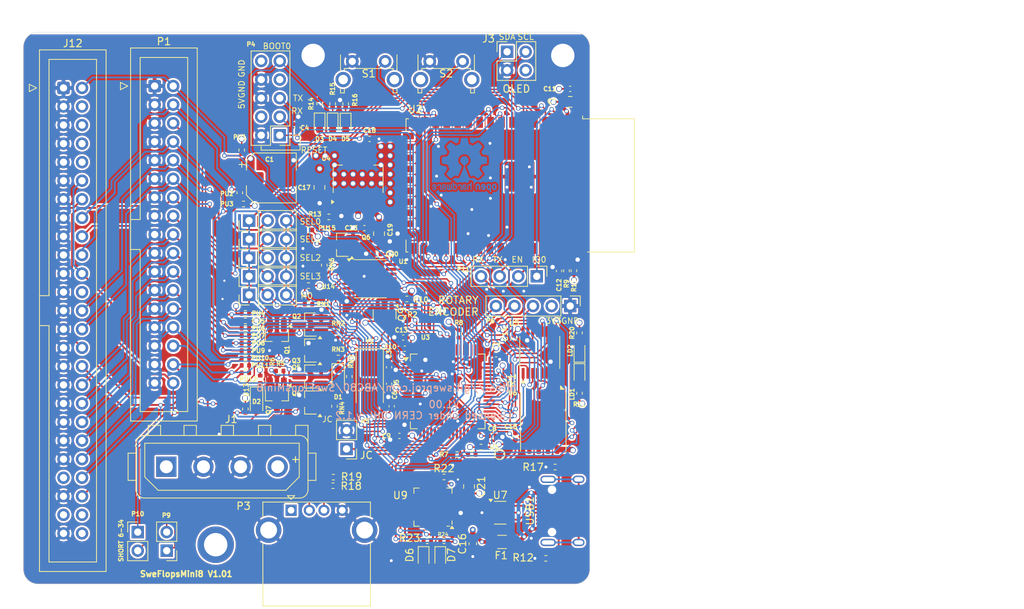
<source format=kicad_pcb>
(kicad_pcb
	(version 20241229)
	(generator "pcbnew")
	(generator_version "9.0")
	(general
		(thickness 1.6)
		(legacy_teardrops no)
	)
	(paper "A4")
	(title_block
		(title "SweFlopsMini8")
		(date "2025-09-15")
		(rev "1.01")
		(company "SweProj")
		(comment 1 "Licensed under CERN OHL v.1.2")
	)
	(layers
		(0 "F.Cu" signal)
		(4 "In1.Cu" signal)
		(6 "In2.Cu" signal)
		(2 "B.Cu" signal)
		(13 "F.Paste" user)
		(15 "B.Paste" user)
		(5 "F.SilkS" user "F.Silkscreen")
		(7 "B.SilkS" user "B.Silkscreen")
		(1 "F.Mask" user)
		(3 "B.Mask" user)
		(25 "Edge.Cuts" user)
		(27 "Margin" user)
		(31 "F.CrtYd" user "F.Courtyard")
		(29 "B.CrtYd" user "B.Courtyard")
		(35 "F.Fab" user)
	)
	(setup
		(stackup
			(layer "F.SilkS"
				(type "Top Silk Screen")
			)
			(layer "F.Paste"
				(type "Top Solder Paste")
			)
			(layer "F.Mask"
				(type "Top Solder Mask")
				(thickness 0.01)
			)
			(layer "F.Cu"
				(type "copper")
				(thickness 0.035)
			)
			(layer "dielectric 1"
				(type "prepreg")
				(thickness 0.1)
				(material "FR4")
				(epsilon_r 4.5)
				(loss_tangent 0.02)
			)
			(layer "In1.Cu"
				(type "copper")
				(thickness 0.035)
			)
			(layer "dielectric 2"
				(type "core")
				(thickness 1.24)
				(material "FR4")
				(epsilon_r 4.5)
				(loss_tangent 0.02)
			)
			(layer "In2.Cu"
				(type "copper")
				(thickness 0.035)
			)
			(layer "dielectric 3"
				(type "prepreg")
				(thickness 0.1)
				(material "FR4")
				(epsilon_r 4.5)
				(loss_tangent 0.02)
			)
			(layer "B.Cu"
				(type "copper")
				(thickness 0.035)
			)
			(layer "B.Mask"
				(type "Bottom Solder Mask")
				(thickness 0.01)
			)
			(layer "B.Paste"
				(type "Bottom Solder Paste")
			)
			(layer "B.SilkS"
				(type "Bottom Silk Screen")
			)
			(copper_finish "None")
			(dielectric_constraints no)
		)
		(pad_to_mask_clearance 0)
		(solder_mask_min_width 0.25)
		(pad_to_paste_clearance -0.000076)
		(allow_soldermask_bridges_in_footprints no)
		(tenting front back)
		(aux_axis_origin 86.26 30.19)
		(pcbplotparams
			(layerselection 0x00000000_00000000_55555555_575555ff)
			(plot_on_all_layers_selection 0x00000000_00000000_00000000_00000000)
			(disableapertmacros no)
			(usegerberextensions no)
			(usegerberattributes no)
			(usegerberadvancedattributes no)
			(creategerberjobfile no)
			(dashed_line_dash_ratio 12.000000)
			(dashed_line_gap_ratio 3.000000)
			(svgprecision 4)
			(plotframeref no)
			(mode 1)
			(useauxorigin yes)
			(hpglpennumber 1)
			(hpglpenspeed 20)
			(hpglpendiameter 15.000000)
			(pdf_front_fp_property_popups yes)
			(pdf_back_fp_property_popups yes)
			(pdf_metadata yes)
			(pdf_single_document no)
			(dxfpolygonmode yes)
			(dxfimperialunits yes)
			(dxfusepcbnewfont yes)
			(psnegative no)
			(psa4output no)
			(plot_black_and_white yes)
			(sketchpadsonfab no)
			(plotpadnumbers no)
			(hidednponfab no)
			(sketchdnponfab yes)
			(crossoutdnponfab yes)
			(subtractmaskfromsilk no)
			(outputformat 1)
			(mirror no)
			(drillshape 0)
			(scaleselection 1)
			(outputdirectory "gerbers")
		)
	)
	(net 0 "")
	(net 1 "GND")
	(net 2 "Net-(U3-PD0)")
	(net 3 "/nrst")
	(net 4 "Net-(U3-PD1)")
	(net 5 "+3V3")
	(net 6 "+5V")
	(net 7 "Net-(D1-K)")
	(net 8 "Net-(D1-A)")
	(net 9 "/disp_clk")
	(net 10 "/disp_dio")
	(net 11 "/~{selx}")
	(net 12 "/~{dskchg}")
	(net 13 "/~{inuse}")
	(net 14 "/~{index}")
	(net 15 "/~{sel0}")
	(net 16 "/~{sel1}")
	(net 17 "/~{mtron}")
	(net 18 "/dir")
	(net 19 "/~{step}")
	(net 20 "/~{wdata}")
	(net 21 "/~{wgate}")
	(net 22 "/~{trk0}")
	(net 23 "/~{wprot}")
	(net 24 "/~{rdata}")
	(net 25 "/~{side}")
	(net 26 "/~{rdy}")
	(net 27 "/rx")
	(net 28 "/tx")
	(net 29 "/boot0")
	(net 30 "/ja")
	(net 31 "/jb")
	(net 32 "/jc")
	(net 33 "Net-(LD1-A)")
	(net 34 "/usb+")
	(net 35 "/usb-")
	(net 36 "Net-(RN1-Pad2)")
	(net 37 "Net-(RN2-Pad2)")
	(net 38 "Net-(RN3-Pad2)")
	(net 39 "Net-(RN4-Pad2)")
	(net 40 "Net-(RN6-Pad2)")
	(net 41 "/~{index_3v3}")
	(net 42 "/~{trk0_3v3}")
	(net 43 "/~{wprot_3v3}")
	(net 44 "/~{rdy_3v3}")
	(net 45 "/~{rdata_3v3}")
	(net 46 "/~{dskchg_3v3}")
	(net 47 "Net-(LD2-A)")
	(net 48 "unconnected-(U2-IO07-Pad10)")
	(net 49 "unconnected-(U3-VBAT-Pad1)")
	(net 50 "/~{sely}")
	(net 51 "/io2")
	(net 52 "/enc_dt")
	(net 53 "/enc_clk")
	(net 54 "/~{sel3}")
	(net 55 "/~{sel2}")
	(net 56 "/spk-")
	(net 57 "/spk+")
	(net 58 "/io1")
	(net 59 "/boot1")
	(net 60 "Net-(Q1-G)")
	(net 61 "Net-(Q2-G)")
	(net 62 "Net-(Q3-G)")
	(net 63 "Net-(Q4-G)")
	(net 64 "Net-(Q6-G)")
	(net 65 "Net-(Q7-B)")
	(net 66 "/bt_right")
	(net 67 "/bt_left")
	(net 68 "unconnected-(U3-PC0-Pad8)")
	(net 69 "unconnected-(U3-PC1-Pad9)")
	(net 70 "unconnected-(U3-PC2-Pad10)")
	(net 71 "unconnected-(U3-PC3-Pad11)")
	(net 72 "unconnected-(U3-PA4-Pad20)")
	(net 73 "unconnected-(U3-PA5-Pad21)")
	(net 74 "unconnected-(U3-PA6-Pad22)")
	(net 75 "/spi_cs")
	(net 76 "/spi_clk")
	(net 77 "/spi_do")
	(net 78 "/spi_di")
	(net 79 "/swdio")
	(net 80 "/swclk")
	(net 81 "unconnected-(U3-PD2-Pad54)")
	(net 82 "/SD_DETECT")
	(net 83 "/esp32_tx")
	(net 84 "/esp32_rx")
	(net 85 "Net-(D3-K)")
	(net 86 "Net-(D3-A)")
	(net 87 "Net-(D4-K)")
	(net 88 "unconnected-(U2-IO13-Pad16)")
	(net 89 "unconnected-(U2-IO14-Pad17)")
	(net 90 "unconnected-(U2-IO15-Pad18)")
	(net 91 "unconnected-(U2-IO16-Pad19)")
	(net 92 "unconnected-(U2-IO17-Pad20)")
	(net 93 "unconnected-(U2-IO18-Pad21)")
	(net 94 "unconnected-(U2-USB_D--Pad22)")
	(net 95 "unconnected-(U2-USB_D+-Pad23)")
	(net 96 "/spi_sel")
	(net 97 "unconnected-(U2-IO26-Pad25)")
	(net 98 "unconnected-(U2-IO42-Pad36)")
	(net 99 "unconnected-(U2-IO45-Pad39)")
	(net 100 "unconnected-(U2-IO46-Pad40)")
	(net 101 "Net-(C12-Pad1)")
	(net 102 "ESP32_EN")
	(net 103 "ESP32_IO0")
	(net 104 "Net-(D4-A)")
	(net 105 "Net-(D5-K)")
	(net 106 "Net-(D5-A)")
	(net 107 "Net-(U3-PC12)")
	(net 108 "unconnected-(U6-DAT2-Pad1)")
	(net 109 "unconnected-(U6-DAT1-Pad7)")
	(net 110 "/spi_di_esp")
	(net 111 "/spi_clk_esp")
	(net 112 "/spi_do_esp")
	(net 113 "/spi_cs_esp")
	(net 114 "/spi_cs_stm")
	(net 115 "/spi_clk_stm")
	(net 116 "/spi_do_stm")
	(net 117 "/spi_di_stm")
	(net 118 "/sd_gnd")
	(net 119 "/sd_pwr")
	(net 120 "Net-(Q9-G)")
	(net 121 "Net-(USB1-CC1)")
	(net 122 "unconnected-(J12-Pin_24-Pad24)")
	(net 123 "Net-(USB1-CC2)")
	(net 124 "/USB_D-")
	(net 125 "/~{FD2S}")
	(net 126 "Net-(U7-VBUS)")
	(net 127 "unconnected-(J12-Pin_8-Pad8)")
	(net 128 "Net-(USB1-DN1)")
	(net 129 "Net-(USB1-DP1)")
	(net 130 "unconnected-(J12-Pin_48-Pad48)")
	(net 131 "/USB_D+")
	(net 132 "/USB_SHIELD")
	(net 133 "unconnected-(USB1-SBU2-Pad3)")
	(net 134 "unconnected-(USB1-SBU1-Pad9)")
	(net 135 "unconnected-(J12-Pin_4-Pad4)")
	(net 136 "/~{EXT_MOTOR}")
	(net 137 "unconnected-(J12-Pin_6-Pad6)")
	(net 138 "unconnected-(J12-Pin_43-Pad43)")
	(net 139 "unconnected-(J12-Pin_50-Pad50)")
	(net 140 "Net-(D6-K)")
	(net 141 "Net-(D7-K)")
	(net 142 "Net-(U9-~{RSTb})")
	(net 143 "unconnected-(U9-~{DSR}-Pad27)")
	(net 144 "unconnected-(U9-NC-Pad10)")
	(net 145 "unconnected-(U9-~{RXT}{slash}GPIO.1-Pad18)")
	(net 146 "unconnected-(U9-GPIO.4-Pad22)")
	(net 147 "unconnected-(U9-~{TXT}{slash}GPIO.0-Pad19)")
	(net 148 "unconnected-(U9-~{SUSPENDb}-Pad11)")
	(net 149 "unconnected-(U9-CHREN-Pad13)")
	(net 150 "unconnected-(U9-~{DCD}-Pad1)")
	(net 151 "unconnected-(U9-GPIO.5-Pad21)")
	(net 152 "unconnected-(U9-~{RI}{slash}CLK-Pad2)")
	(net 153 "~{CTS}")
	(net 154 "unconnected-(U9-SUSPEND-Pad12)")
	(net 155 "unconnected-(U9-CHR1-Pad14)")
	(net 156 "~{RTS}")
	(net 157 "unconnected-(U9-~{DTR}-Pad28)")
	(net 158 "unconnected-(U9-GPIO.6-Pad20)")
	(net 159 "unconnected-(U9-~{WAKEUP}{slash}GPIO.3-Pad16)")
	(net 160 "unconnected-(U9-CHR0-Pad15)")
	(net 161 "unconnected-(U9-RS485{slash}GPIO.2-Pad17)")
	(net 162 "/usb-r")
	(net 163 "/usb+r")
	(net 164 "unconnected-(J1-Pin_1-Pad1)")
	(net 165 "unconnected-(H4-Pad1)")
	(footprint "Capacitor_SMD:C_0402_1005Metric" (layer "F.Cu") (at 123.0376 101.346 90))
	(footprint "Capacitor_SMD:C_0402_1005Metric" (layer "F.Cu") (at 110.49 68.552 90))
	(footprint "Capacitor_SMD:C_0402_1005Metric" (layer "F.Cu") (at 123.0376 103.604 -90))
	(footprint "Capacitor_SMD:C_0402_1005Metric" (layer "F.Cu") (at 123.3932 106.68 90))
	(footprint "Capacitor_SMD:C_0402_1005Metric" (layer "F.Cu") (at 137.696 99.568))
	(footprint "Capacitor_SMD:C_0402_1005Metric" (layer "F.Cu") (at 124.46 110.744 180))
	(footprint "Capacitor_SMD:C_0402_1005Metric" (layer "F.Cu") (at 125.194 98.806 180))
	(footprint "Capacitor_SMD:C_0805_2012Metric" (layer "F.Cu") (at 113.5126 76.7334 -90))
	(footprint "Capacitor_SMD:C_0402_1005Metric" (layer "F.Cu") (at 120.368 70.104))
	(footprint "Capacitor_SMD:C_0805_2012Metric" (layer "F.Cu") (at 121.666 83.058 -90))
	(footprint "Capacitor_SMD:C_0402_1005Metric" (layer "F.Cu") (at 121.412 85.852 180))
	(footprint "Capacitor_SMD:C_0402_1005Metric" (layer "F.Cu") (at 119.662 82.296 180))
	(footprint "Connector_IDC:IDC-Header_2x17_P2.54mm_Vertical" (layer "F.Cu") (at 90.96 62.86))
	(footprint "Resistor_SMD:R_0402_1005Metric" (layer "F.Cu") (at 102.87 71.628 -90))
	(footprint "Resistor_SMD:R_0402_1005Metric" (layer "F.Cu") (at 102.616 77.472 90))
	(footprint "Resistor_SMD:R_0402_1005Metric" (layer "F.Cu") (at 103.124 78.994 180))
	(footprint "Resistor_SMD:R_0402_1005Metric" (layer "F.Cu") (at 103.378 93.98 180))
	(footprint "Resistor_SMD:R_0402_1005Metric" (layer "F.Cu") (at 103.378 94.996 180))
	(footprint "Resistor_SMD:R_0402_1005Metric" (layer "F.Cu") (at 103.38 96.012 180))
	(footprint "Resistor_SMD:R_0402_1005Metric" (layer "F.Cu") (at 103.378 97.028 180))
	(footprint "Resistor_SMD:R_0402_1005Metric" (layer "F.Cu") (at 103.378 98.044 180))
	(footprint "Resistor_SMD:R_0402_1005Metric" (layer "F.Cu") (at 103.378 99.06 180))
	(footprint "Resistor_SMD:R_0402_1005Metric" (layer "F.Cu") (at 103.38 100.076 180))
	(footprint "Resistor_SMD:R_0402_1005Metric" (layer "F.Cu") (at 103.378 101.092 180))
	(footprint "Resistor_SMD:R_0402_1005Metric" (layer "F.Cu") (at 103.378 102.108 180))
	(footprint "Resistor_SMD:R_0402_1005Metric" (layer "F.Cu") (at 103.378 107.059 -90))
	(footprint "Resistor_SMD:R_0402_1005Metric" (layer "F.Cu") (at 112.016 92.71))
	(footprint "Resistor_SMD:R_0402_1005Metric" (layer "F.Cu") (at 116.08 96.52))
	(footprint "Resistor_SMD:R_0402_1005Metric" (layer "F.Cu") (at 116.078 100.076))
	(footprint "Resistor_SMD:R_0402_1005Metric" (layer "F.Cu") (at 115.57 106.68 90))
	(footprint "Resistor_SMD:R_0402_1005Metric" (layer "F.Cu") (at 117.602 102.614 90))
	(footprint "Resistor_SMD:R_0402_1005Metric" (layer "F.Cu") (at 114.173 87.376 -90))
	(footprint "Package_SO:TSSOP-14_4.4x5mm_P0.65mm" (layer "F.Cu") (at 120.4645 89.236))
	(footprint "Package_TO_SOT_SMD:SOT-223-3_TabPin2" (layer "F.Cu") (at 118.80722 75.5904 90))
	(footprint "Crystal:Crystal_SMD_5032-2Pin_5.0x3.2mm_HandSoldering" (layer "F.Cu") (at 120.396 103.438 -90))
	(footprint "Capacitor_SMD:CP_Elec_6.3x5.4" (layer "F.Cu") (at 106.928 75.438))
	(footprint "Resistor_SMD:R_0402_1005Metric"
		(layer "F.Cu")
		(uuid "00000000-0000-0000-0000-00005d39a780")
		(at 114.806 80.772)
		(descr "Resistor SMD 0402 (1005 Metric), square (rectangular) end terminal, IPC_7351 nominal, (Body size source: IPC-SM-782 page 72, https://www.pcb-3d.com/wordpress/wp-content/uploads/ipc-sm-782a_amendment_1_and_2.pdf), generated with kicad-footprint-generator")
		(tags "resistor")
		(property "Reference" "R13"
			(at -1.903 -0.381 0)
			(layer "F.SilkS")
			(uuid "4e4b64ba-740b-4dc2-b951-baa3237009c1")
			(effects
				(font
					(size 0.6 0.6)
					(thickness 0.15)
				)
			)
		)
		(property "Value" "4.7k"
			(at 0 1.17 0)
			(layer "F.Fab")
			(uuid "cbbee6b6-4907-46ed-bd9d-fc031e3389e8")
			(effects
				(font
					(size 1 1)
					(thickness 0.15)
				)
			)
		)
		(property "Datasheet" "~"
			(at 0 0 0)
			(layer "F.Fab")
			(hide yes)
			(uuid "4fbddc39-4ef7-47c1-a8bf-0e2c79e346bf")
			(effects
				(font
					(size 1.27 1.27)
					(thickness 0.15)
				)
			)
		)
		(property "Description" ""
			(at 0 0 0)
			(layer "F.Fab")
			(hide yes)
			(uuid "4fc7c88e-4460-4e51-8d59-92d7ae936e01")
			(effects
				(font
					(size 1.27 1.27)
					(thickness 0.15)
				)
			)
		)
		(property "JLCPCB PN" ""
			(at 0 0 0)
			(layer "F.Fab")
			(hide yes)
			(uuid "6b507f1e-a37f-4595-b1c8-a258ad6b4331")
			(effects
				(font
					(size 1 1)
					(thickness 0.15)
				)
			)
		)
		(property "LCSC" "C25900"
			(at 0 0 0)
			(layer "F.Fab")
			(hide yes)
			(uuid "e9056894-1fdf-4a68-9b96-980a68745e4e")
			(effects
				(font
					(size 1 1)
					(thickness 0.15)
				)
			)
		)
		(property "MFG Name" ""
			(at 0 0 0)
			(layer "F.Fab")
			(hide yes)
			(uuid "d29c5a92-3ac0-4775-9467-6c7071a7148e")
			(effects
				(font
					(size 1 1)
					(thickness 0.15)
				)
			)
		)
		(property "MFG Part Num" ""
			(at 0 0 0)
			(layer "F.Fab")
			(hide yes)
			(uuid "66ddd7b3-bd99-4f7f-b072-627fbe87030b")
			(effects
				(font
					(size 1 1)
					(thickness 0.15)
				)
			)
		)
		(property ki_fp_filters "R_*")
		(path "/00000000-0000-0000-0000-00005edf2bec")
		(sheetname "/")
		(sheetfile "SweFlopsMini8.kicad_sch")
		(attr smd)
		(fp_line
			(start -0.153641 -0.38)
			(end 0.153641 -0.38)
			(stroke
				(width 0.12)
				(type solid)
			)
			(layer "F.SilkS")
			(uuid "87f5e9bf-7b6b-4195-ad83-4001128d775f")
		)
		(fp_line
			(start -0.153641 0.38)
			(end 0.153641 0.38)
			(stroke
				(width 0.12)
				(type solid)
			)
			(layer "F.SilkS")
			(uuid "a087f87f-8b35-4193-8093-9ff0c9946d4b")
		)
		(fp_line
		
... [3331324 chars truncated]
</source>
